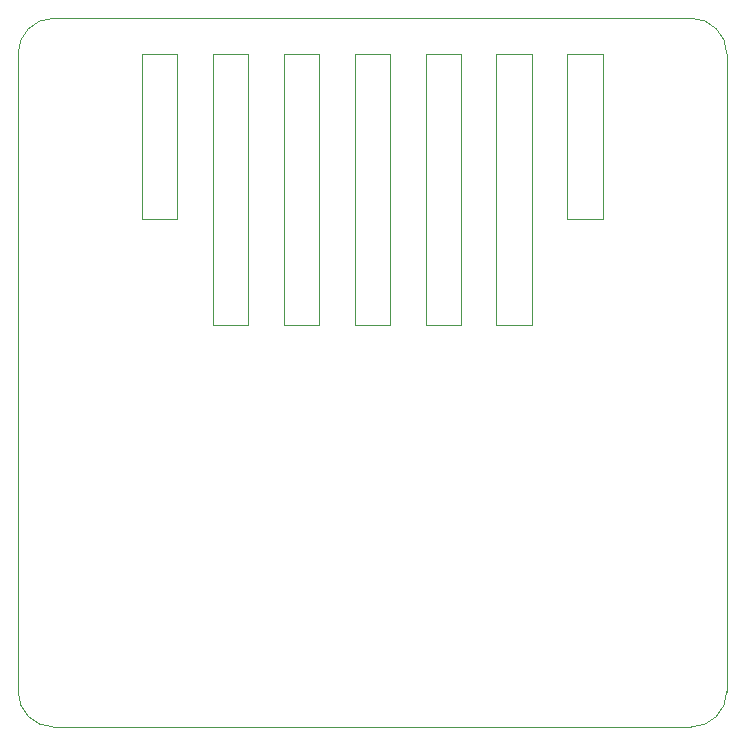
<source format=gbr>
%TF.GenerationSoftware,KiCad,Pcbnew,(5.1.6)-1*%
%TF.CreationDate,2022-02-05T23:25:30+08:00*%
%TF.ProjectId,brake_board,6272616b-655f-4626-9f61-72642e6b6963,rev?*%
%TF.SameCoordinates,Original*%
%TF.FileFunction,Profile,NP*%
%FSLAX46Y46*%
G04 Gerber Fmt 4.6, Leading zero omitted, Abs format (unit mm)*
G04 Created by KiCad (PCBNEW (5.1.6)-1) date 2022-02-05 23:25:30*
%MOMM*%
%LPD*%
G01*
G04 APERTURE LIST*
%TA.AperFunction,Profile*%
%ADD10C,0.050000*%
%TD*%
G04 APERTURE END LIST*
D10*
X49500000Y57000000D02*
X49500000Y43000000D01*
X49500000Y43000000D02*
X46500000Y43000000D01*
X48500000Y57000000D02*
X49500000Y57000000D01*
X46500000Y57000000D02*
X48500000Y57000000D01*
X46500000Y43000000D02*
X46500000Y57000000D01*
X43500000Y57000000D02*
X43500000Y34000000D01*
X43500000Y34000000D02*
X40500000Y34000000D01*
X42500000Y57000000D02*
X43500000Y57000000D01*
X40500000Y57000000D02*
X42500000Y57000000D01*
X40500000Y34000000D02*
X40500000Y57000000D01*
X37500000Y57000000D02*
X37500000Y34000000D01*
X37500000Y34000000D02*
X34500000Y34000000D01*
X36500000Y57000000D02*
X37500000Y57000000D01*
X34500000Y57000000D02*
X36500000Y57000000D01*
X34500000Y34000000D02*
X34500000Y57000000D01*
X31500000Y57000000D02*
X31500000Y34000000D01*
X31500000Y34000000D02*
X28500000Y34000000D01*
X30500000Y57000000D02*
X31500000Y57000000D01*
X28500000Y57000000D02*
X30500000Y57000000D01*
X28500000Y34000000D02*
X28500000Y57000000D01*
X25500000Y57000000D02*
X25500000Y34000000D01*
X25500000Y34000000D02*
X22500000Y34000000D01*
X24500000Y57000000D02*
X25500000Y57000000D01*
X22500000Y57000000D02*
X24500000Y57000000D01*
X22500000Y34000000D02*
X22500000Y57000000D01*
X19500000Y57000000D02*
X19500000Y34000000D01*
X19500000Y34000000D02*
X16500000Y34000000D01*
X18500000Y57000000D02*
X19500000Y57000000D01*
X16500000Y57000000D02*
X18500000Y57000000D01*
X16500000Y34000000D02*
X16500000Y57000000D01*
X13500000Y43000000D02*
X10500000Y43000000D01*
X13500000Y57000000D02*
X13500000Y43000000D01*
X12500000Y57000000D02*
X13500000Y57000000D01*
X10500000Y57000000D02*
X12500000Y57000000D01*
X10500000Y43000000D02*
X10500000Y57000000D01*
X0Y57000000D02*
G75*
G02*
X3000000Y60000000I3000000J0D01*
G01*
X3000000Y0D02*
G75*
G02*
X0Y3000000I0J3000000D01*
G01*
X60000000Y3000000D02*
G75*
G02*
X57000000Y0I-3000000J0D01*
G01*
X57000000Y60000000D02*
G75*
G02*
X60000000Y57000000I0J-3000000D01*
G01*
X0Y57000000D02*
X0Y3000000D01*
X57000000Y60000000D02*
X3000000Y60000000D01*
X60000000Y3000000D02*
X60000000Y57000000D01*
X3000000Y0D02*
X57000000Y0D01*
M02*

</source>
